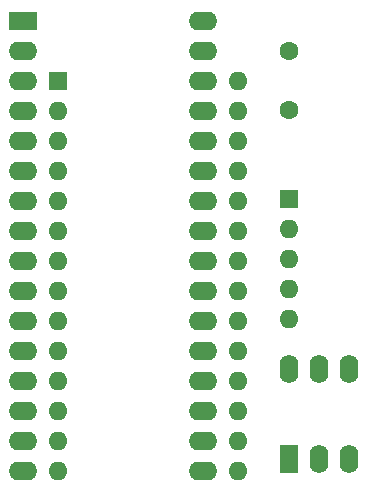
<source format=gbs>
%TF.GenerationSoftware,KiCad,Pcbnew,(6.0.1)*%
%TF.CreationDate,2022-01-31T15:08:43+08:00*%
%TF.ProjectId,BeeMultiROM,4265654d-756c-4746-9952-4f4d2e6b6963,rev?*%
%TF.SameCoordinates,Original*%
%TF.FileFunction,Soldermask,Bot*%
%TF.FilePolarity,Negative*%
%FSLAX46Y46*%
G04 Gerber Fmt 4.6, Leading zero omitted, Abs format (unit mm)*
G04 Created by KiCad (PCBNEW (6.0.1)) date 2022-01-31 15:08:43*
%MOMM*%
%LPD*%
G01*
G04 APERTURE LIST*
%ADD10C,1.600000*%
%ADD11O,2.400000X1.600000*%
%ADD12R,2.400000X1.600000*%
%ADD13O,1.600000X1.600000*%
%ADD14R,1.600000X1.600000*%
%ADD15R,1.600000X2.400000*%
%ADD16O,1.600000X2.400000*%
G04 APERTURE END LIST*
D10*
X161500000Y-35250000D03*
X161500000Y-30250000D03*
D11*
X154240000Y-27650000D03*
X139000000Y-65750000D03*
X154240000Y-30190000D03*
X139000000Y-63210000D03*
X154240000Y-32730000D03*
X139000000Y-60670000D03*
X154240000Y-35270000D03*
X139000000Y-58130000D03*
X154240000Y-37810000D03*
X139000000Y-55590000D03*
X154240000Y-40350000D03*
X139000000Y-53050000D03*
X154240000Y-42890000D03*
X139000000Y-50510000D03*
X154240000Y-45430000D03*
X139000000Y-47970000D03*
X154240000Y-47970000D03*
X139000000Y-45430000D03*
X154240000Y-50510000D03*
X139000000Y-42890000D03*
X154240000Y-53050000D03*
X139000000Y-40350000D03*
X154240000Y-55590000D03*
X139000000Y-37810000D03*
X154240000Y-58130000D03*
X139000000Y-35270000D03*
X154240000Y-60670000D03*
X139000000Y-32730000D03*
X154240000Y-63210000D03*
X139000000Y-30190000D03*
X154240000Y-65750000D03*
D12*
X139000000Y-27650000D03*
D13*
X157240000Y-32750000D03*
X142000000Y-65770000D03*
X157240000Y-35290000D03*
X142000000Y-63230000D03*
X157240000Y-37830000D03*
X142000000Y-60690000D03*
X157240000Y-40370000D03*
X142000000Y-58150000D03*
X157240000Y-42910000D03*
X142000000Y-55610000D03*
X157240000Y-45450000D03*
X142000000Y-53070000D03*
X157240000Y-47990000D03*
X142000000Y-50530000D03*
X157240000Y-50530000D03*
X142000000Y-47990000D03*
X157240000Y-53070000D03*
X142000000Y-45450000D03*
X157240000Y-55610000D03*
X142000000Y-42910000D03*
X157240000Y-58150000D03*
X142000000Y-40370000D03*
X157240000Y-60690000D03*
X142000000Y-37830000D03*
X157240000Y-63230000D03*
X142000000Y-35290000D03*
X157240000Y-65770000D03*
D14*
X142000000Y-32750000D03*
D15*
X161500000Y-64750000D03*
D16*
X166580000Y-57130000D03*
X164040000Y-64750000D03*
X164040000Y-57130000D03*
X166580000Y-64750000D03*
X161500000Y-57130000D03*
D13*
X161500000Y-52910000D03*
X161500000Y-50370000D03*
X161500000Y-47830000D03*
X161500000Y-45290000D03*
D14*
X161500000Y-42750000D03*
M02*

</source>
